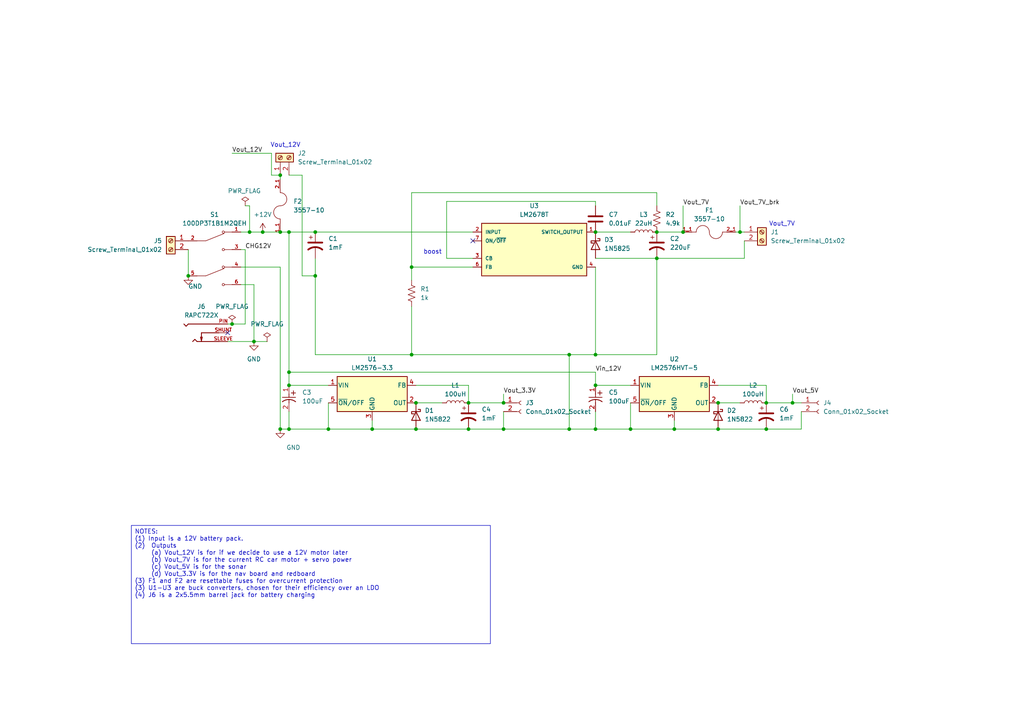
<source format=kicad_sch>
(kicad_sch (version 20231120) (generator "eeschema") (generator_version "8.0")
  (paper "A4")
  (title_block (title "Team 11 PDU") (date "2024-10-24") (rev "0.1"))
  (lib_symbols
    (symbol "2024-10-27_12-41-39:UHE1H221MPD" (pin_names (offset 0.254))
      (property "Reference" "C" (at 3.81 3.81 0))
      (property "Value" "UHE1H221MPD" (at 3.81 -3.81 0))
      (symbol "UHE1H221MPD_1_1"
        (polyline (pts (xy 1.5748 1.27) (xy 2.8448 1.27)) (stroke (width 0.2032)))
        (polyline (pts (xy 2.2098 0.635) (xy 2.2098 1.905)) (stroke (width 0.2032)))
        (polyline (pts (xy 2.54 0) (xy 3.4798 0)) (stroke (width 0.2032)))
        (polyline (pts (xy 3.4798 -1.905) (xy 3.4798 1.905)) (stroke (width 0.2032)))
        (polyline (pts (xy 4.1148 0) (xy 5.08 0)) (stroke (width 0.2032)))
        (arc (start 4.7541 1.9108) (mid 4.1148 0) (end 4.7541 -1.9108) (stroke (width 0.254)))
        (pin unspecified line (at 0 0 0) (length 2.54) (name "") (number "1"))
        (pin unspecified line (at 7.62 0 180) (length 2.54) (name "") (number "2"))
      )
      (symbol "UHE1H221MPD_1_2"
        (polyline (pts (xy -1.905 -3.4798) (xy 1.905 -3.4798)) (stroke (width 0.2032)))
        (polyline (pts (xy 0 -4.1148) (xy 0 -5.08)) (stroke (width 0.2032)))
        (polyline (pts (xy 0 -2.54) (xy 0 -3.4798)) (stroke (width 0.2032)))
        (polyline (pts (xy 0.635 -2.2098) (xy 1.905 -2.2098)) (stroke (width 0.2032)))
        (polyline (pts (xy 1.27 -1.5748) (xy 1.27 -2.8448)) (stroke (width 0.2032)))
        (arc (start 1.9108 -4.7541) (mid 0 -4.1148) (end -1.9108 -4.7541) (stroke (width 0.254)))
        (pin unspecified line (at 0 -7.62 90) (length 2.54) (name "") (number "1"))
        (pin unspecified line (at 0 0 270) (length 2.54) (name "") (number "2"))
      )
    )
    (symbol "Connector:Conn_01x02_Socket" (pin_names (offset 1.016) hide)
      (property "Reference" "J" (at 0 2.54 0))
      (property "Value" "Conn_01x02_Socket" (at 0 -5.08 0))
      (symbol "Conn_01x02_Socket_1_1"
        (arc (start 0 -2.032) (mid -0.5058 -2.54) (end 0 -3.048) (stroke (width 0.1524)))
        (polyline (pts (xy -1.27 -2.54) (xy -0.508 -2.54)) (stroke (width 0.1524)))
        (polyline (pts (xy -1.27 0) (xy -0.508 0)) (stroke (width 0.1524)))
        (arc (start 0 0.508) (mid -0.5058 0) (end 0 -0.508) (stroke (width 0.1524)))
        (pin passive line (at -5.08 0 0) (length 3.81) (name "Pin_1") (number "1"))
        (pin passive line (at -5.08 -2.54 0) (length 3.81) (name "Pin_2") (number "2"))
      )
    )
    (symbol "Connector:Screw_Terminal_01x02" (pin_names (offset 1.016) hide)
      (property "Reference" "J" (at 0 2.54 0))
      (property "Value" "Screw_Terminal_01x02" (at 0 -5.08 0))
      (symbol "Screw_Terminal_01x02_1_1"
        (rectangle (start -1.27 1.27) (end 1.27 -3.81) (stroke (width 0.254)) (fill (type background)))
        (circle (center 0 -2.54) (radius 0.635) (stroke (width 0.1524)))
        (polyline (pts (xy -0.5334 -2.2098) (xy 0.3302 -3.048)) (stroke (width 0.1524)))
        (polyline (pts (xy -0.5334 0.3302) (xy 0.3302 -0.508)) (stroke (width 0.1524)))
        (polyline (pts (xy -0.3556 -2.032) (xy 0.508 -2.8702)) (stroke (width 0.1524)))
        (polyline (pts (xy -0.3556 0.508) (xy 0.508 -0.3302)) (stroke (width 0.1524)))
        (circle (center 0 0) (radius 0.635) (stroke (width 0.1524)))
        (pin passive line (at -5.08 0 0) (length 3.81) (name "Pin_1") (number "1"))
        (pin passive line (at -5.08 -2.54 0) (length 3.81) (name "Pin_2") (number "2"))
      )
    )
    (symbol "DPDT:100DP3T1B1M2QEH" (pin_names (offset 1.016))
      (property "Reference" "S" (at -2.54 10.16 0))
      (property "Value" "100DP3T1B1M2QEH" (at -2.54 -10.16 0))
      (symbol "100DP3T1B1M2QEH_0_0"
        (polyline (pts (xy -2.54 -5.08) (xy -5.08 -5.08)) (stroke (width 0.1524)))
        (polyline (pts (xy -2.54 -5.08) (xy 2.794 -2.9464)) (stroke (width 0.1524)))
        (polyline (pts (xy -2.54 5.08) (xy -5.08 5.08)) (stroke (width 0.1524)))
        (polyline (pts (xy -2.54 5.08) (xy 2.794 7.2136)) (stroke (width 0.1524)))
        (polyline (pts (xy 5.08 -7.62) (xy 2.921 -7.62)) (stroke (width 0.1524)))
        (polyline (pts (xy 5.08 -2.54) (xy 2.921 -2.54)) (stroke (width 0.1524)))
        (polyline (pts (xy 5.08 2.54) (xy 2.921 2.54)) (stroke (width 0.1524)))
        (polyline (pts (xy 5.08 7.62) (xy 2.921 7.62)) (stroke (width 0.1524)))
        (circle (center 2.54 -7.62) (radius 0.3302) (stroke (width 0.1524)))
        (circle (center 2.54 -2.54) (radius 0.3302) (stroke (width 0.1524)))
        (circle (center 2.54 2.54) (radius 0.3302) (stroke (width 0.1524)))
        (circle (center 2.54 7.62) (radius 0.3302) (stroke (width 0.1524)))
        (pin passive line (at 7.62 7.62 180) (length 2.54) (name "~") (number "1"))
        (pin passive line (at -7.62 5.08 0) (length 2.54) (name "~") (number "2"))
        (pin passive line (at 7.62 2.54 180) (length 2.54) (name "~") (number "3"))
        (pin passive line (at 7.62 -2.54 180) (length 2.54) (name "~") (number "4"))
        (pin passive line (at -7.62 -5.08 0) (length 2.54) (name "~") (number "5"))
        (pin passive line (at 7.62 -7.62 180) (length 2.54) (name "~") (number "6"))
      )
    )
    (symbol "Device:C" (pin_numbers hide) (pin_names (offset 0.254))
      (property "Reference" "C" (at 0.635 2.54 0))
      (property "Value" "C" (at 0.635 -2.54 0))
      (symbol "C_0_1"
        (polyline (pts (xy -2.032 -0.762) (xy 2.032 -0.762)) (stroke (width 0.508)))
        (polyline (pts (xy -2.032 0.762) (xy 2.032 0.762)) (stroke (width 0.508)))
      )
      (symbol "C_1_1"
        (pin passive line (at 0 3.81 270) (length 2.794) (name "~") (number "1"))
        (pin passive line (at 0 -3.81 90) (length 2.794) (name "~") (number "2"))
      )
    )
    (symbol "Device:C_Polarized_US" (pin_numbers hide) (pin_names (offset 0.254) hide)
      (property "Reference" "C" (at 0.635 2.54 0))
      (property "Value" "C_Polarized_US" (at 0.635 -2.54 0))
      (symbol "C_Polarized_US_0_1"
        (polyline (pts (xy -2.032 0.762) (xy 2.032 0.762)) (stroke (width 0.508)))
        (polyline (pts (xy -1.778 2.286) (xy -0.762 2.286)))
        (polyline (pts (xy -1.27 1.778) (xy -1.27 2.794)))
        (arc (start 2.032 -1.27) (mid 0 -0.5572) (end -2.032 -1.27) (stroke (width 0.508)))
      )
      (symbol "C_Polarized_US_1_1"
        (pin passive line (at 0 3.81 270) (length 2.794) (name "~") (number "1"))
        (pin passive line (at 0 -3.81 90) (length 3.302) (name "~") (number "2"))
      )
    )
    (symbol "Device:L" (pin_numbers hide) (pin_names (offset 1.016) hide)
      (property "Reference" "L" (at -1.27 0 90))
      (property "Value" "L" (at 1.905 0 90))
      (symbol "L_0_1"
        (arc (start 0 -2.54) (mid 0.6323 -1.905) (end 0 -1.27))
        (arc (start 0 -1.27) (mid 0.6323 -0.635) (end 0 0))
        (arc (start 0 0) (mid 0.6323 0.635) (end 0 1.27))
        (arc (start 0 1.27) (mid 0.6323 1.905) (end 0 2.54))
      )
      (symbol "L_1_1"
        (pin passive line (at 0 3.81 270) (length 1.27) (name "1") (number "1"))
        (pin passive line (at 0 -3.81 90) (length 1.27) (name "2") (number "2"))
      )
    )
    (symbol "Device:R_US" (pin_numbers hide) (pin_names (offset 0))
      (property "Reference" "R" (at 2.54 0 90))
      (property "Value" "R_US" (at -2.54 0 90))
      (symbol "R_US_0_1"
        (polyline (pts (xy 0 -2.286) (xy 0 -2.54)))
        (polyline (pts (xy 0 2.286) (xy 0 2.54)))
        (polyline (pts (xy 0 -0.762) (xy 1.016 -1.143) (xy 0 -1.524) (xy -1.016 -1.905) (xy 0 -2.286)))
        (polyline (pts (xy 0 0.762) (xy 1.016 0.381) (xy 0 0) (xy -1.016 -0.381) (xy 0 -0.762)))
        (polyline (pts (xy 0 2.286) (xy 1.016 1.905) (xy 0 1.524) (xy -1.016 1.143) (xy 0 0.762)))
      )
      (symbol "R_US_1_1"
        (pin passive line (at 0 3.81 270) (length 1.27) (name "~") (number "1"))
        (pin passive line (at 0 -3.81 90) (length 1.27) (name "~") (number "2"))
      )
    )
    (symbol "Diode:1N5822" (pin_numbers hide) (pin_names (offset 1.016) hide)
      (property "Reference" "D" (at 0 2.54 0))
      (property "Value" "1N5822" (at 0 -2.54 0))
      (symbol "1N5822_0_1"
        (polyline (pts (xy 1.27 0) (xy -1.27 0)))
        (polyline (pts (xy 1.27 1.27) (xy 1.27 -1.27) (xy -1.27 0) (xy 1.27 1.27)) (stroke (width 0.254)))
        (polyline (pts (xy -1.905 0.635) (xy -1.905 1.27) (xy -1.27 1.27) (xy -1.27 -1.27) (xy -0.635 -1.27) (xy -0.635 -0.635)) (stroke (width 0.254)))
      )
      (symbol "1N5822_1_1"
        (pin passive line (at -3.81 0 0) (length 2.54) (name "K") (number "1"))
        (pin passive line (at 3.81 0 180) (length 2.54) (name "A") (number "2"))
      )
    )
    (symbol "LM2678b:LM2678T-ADJ_NOPB" (pin_names (offset 1.016))
      (property "Reference" "U" (at -15.3073 7.6536 0))
      (property "Value" "LM2678T-ADJ_NOPB" (at -15.2977 -10.1985 0))
      (symbol "LM2678T-ADJ_NOPB_0_0"
        (rectangle (start -15.24 -7.62) (end 15.24 7.62) (stroke (width 0.254)) (fill (type background)))
        (pin output line (at 17.78 5.08 180) (length 2.54) (name "SWITCH_OUTPUT") (number "1"))
        (pin input line (at -17.78 5.08 0) (length 2.54) (name "INPUT") (number "2"))
        (pin input line (at -17.78 -2.54 0) (length 2.54) (name "CB") (number "3"))
        (pin power_in line (at 17.78 -5.08 180) (length 2.54) (name "GND") (number "4"))
        (pin input line (at -17.78 -5.08 0) (length 2.54) (name "FB") (number "6"))
        (pin input line (at -17.78 2.54 0) (length 2.54) (name "ON/~{OFF}") (number "7"))
      )
    )
    (symbol "Regulator_Switching:GL2576-3.3TB5T" (pin_names (offset 0.254))
      (property "Reference" "U" (at -10.16 6.35 0))
      (property "Value" "GL2576-3.3TB5T" (at 0 6.35 0))
      (symbol "GL2576-3.3TB5T_0_1"
        (rectangle (start -10.16 5.08) (end 10.16 -5.08) (stroke (width 0.254)) (fill (type background)))
      )
      (symbol "GL2576-3.3TB5T_1_1"
        (pin power_in line (at -12.7 2.54 0) (length 2.54) (name "VIN") (number "1"))
        (pin output line (at 12.7 -2.54 180) (length 2.54) (name "OUT") (number "2"))
        (pin power_in line (at 0 -7.62 90) (length 2.54) (name "GND") (number "3"))
        (pin input line (at 12.7 2.54 180) (length 2.54) (name "FB") (number "4"))
        (pin input line (at -12.7 -2.54 0) (length 2.54) (name "~{ON}/OFF") (number "5"))
      )
    )
    (symbol "Regulator_Switching:LM2576HVT-5" (pin_names (offset 0.254))
      (property "Reference" "U" (at -10.16 6.35 0))
      (property "Value" "LM2576HVT-5" (at 0 6.35 0))
      (symbol "LM2576HVT-5_0_1"
        (rectangle (start -10.16 5.08) (end 10.16 -5.08) (stroke (width 0.254)) (fill (type background)))
      )
      (symbol "LM2576HVT-5_1_1"
        (pin power_in line (at -12.7 2.54 0) (length 2.54) (name "VIN") (number "1"))
        (pin output line (at 12.7 -2.54 180) (length 2.54) (name "OUT") (number "2"))
        (pin power_in line (at 0 -7.62 90) (length 2.54) (name "GND") (number "3"))
        (pin input line (at 12.7 2.54 180) (length 2.54) (name "FB") (number "4"))
        (pin input line (at -12.7 -2.54 0) (length 2.54) (name "~{ON}/OFF") (number "5"))
      )
    )
    (symbol "barrel:RAPC722X" (pin_names (offset 1.016))
      (property "Reference" "J" (at -5.08 5.08 0))
      (property "Value" "RAPC722X" (at -5.08 -6.35 0))
      (symbol "RAPC722X_0_0"
        (polyline (pts (xy -4.445 1.905) (xy -5.08 2.54)) (stroke (width 0.254)))
        (polyline (pts (xy -3.81 2.54) (xy -4.445 1.905)) (stroke (width 0.254)))
        (polyline (pts (xy -1.905 -1.905) (xy -2.54 -2.54)) (stroke (width 0.254)))
        (polyline (pts (xy -1.27 -2.54) (xy -1.905 -1.905)) (stroke (width 0.254)))
        (polyline (pts (xy 0 0) (xy 0 -2.54)) (stroke (width 0.254)))
        (polyline (pts (xy 0 0) (xy 5.08 0)) (stroke (width 0.254)))
        (polyline (pts (xy 5.08 -2.54) (xy -1.27 -2.54)) (stroke (width 0.254)))
        (polyline (pts (xy 5.08 2.54) (xy -3.81 2.54)) (stroke (width 0.254)))
        (polyline (pts (xy 0 -2.286) (xy 0.254 -1.27) (xy -0.254 -1.27) (xy 0 -2.286)) (stroke (width 0.254)) (fill (type outline)))
        (pin passive line (at 7.62 2.54 180) (length 2.54) (name "~") (number "PIN"))
        (pin passive line (at 7.62 0 180) (length 2.54) (name "~") (number "SHUNT"))
        (pin passive line (at 7.62 -2.54 180) (length 2.54) (name "~") (number "SLEEVE"))
      )
    )
    (symbol "fz_holder:3557-10" (pin_names (offset 1.016))
      (property "Reference" "F" (at -2.54 5.08 0))
      (property "Value" "3557-10" (at -2.54 -5.08 0))
      (symbol "3557-10_0_0"
        (arc (start 0 0) (mid -1.905 1.8967) (end -3.81 0) (stroke (width 0.1524)))
        (polyline (pts (xy -5.08 0) (xy -3.81 0)) (stroke (width 0.1524)))
        (polyline (pts (xy 5.08 0) (xy 3.81 0)) (stroke (width 0.1524)))
        (arc (start 0 0) (mid 1.905 -1.8967) (end 3.81 0) (stroke (width 0.1524)))
        (pin passive line (at -7.62 0 0) (length 2.54) (name "~") (number "1_1"))
        (pin passive line (at 7.62 0 180) (length 2.54) (name "~") (number "2_1"))
      )
    )
    (symbol "power:+12V" (power) (pin_numbers hide) (pin_names (offset 0) hide)
      (property "Value" "+12V" (at 0 3.556 0))
      (symbol "+12V_0_1"
        (polyline (pts (xy -0.762 1.27) (xy 0 2.54)))
        (polyline (pts (xy 0 0) (xy 0 2.54)))
        (polyline (pts (xy 0 2.54) (xy 0.762 1.27)))
      )
      (symbol "+12V_1_1"
        (pin power_in line (at 0 0 90) (length 0) (name "~") (number "1"))
      )
    )
    (symbol "power:GND" (power) (pin_numbers hide) (pin_names (offset 0) hide)
      (property "Value" "GND" (at 0 -3.81 0))
      (symbol "GND_0_1"
        (polyline (pts (xy 0 0) (xy 0 -1.27) (xy 1.27 -1.27) (xy 0 -2.54) (xy -1.27 -1.27) (xy 0 -1.27)))
      )
      (symbol "GND_1_1"
        (pin power_in line (at 0 0 270) (length 0) (name "~") (number "1"))
      )
    )
    (symbol "power:PWR_FLAG" (power) (pin_numbers hide) (pin_names (offset 0) hide)
      (property "Value" "PWR_FLAG" (at 0 3.81 0))
      (symbol "PWR_FLAG_0_0"
        (pin power_out line (at 0 0 90) (length 0) (name "~") (number "1"))
      )
      (symbol "PWR_FLAG_0_1"
        (polyline (pts (xy 0 0) (xy 0 1.27) (xy -1.016 1.905) (xy 0 2.54) (xy 1.016 1.905) (xy 0 1.27)))
      )
    )
  )
  (junction (at 95.25 124.46))
  (junction (at 172.72 124.46))
  (junction (at 119.38 77.47))
  (junction (at 83.82 107.95))
  (junction (at 91.44 67.31))
  (junction (at 165.1 102.87))
  (junction (at 182.88 124.46))
  (junction (at 190.5 67.31))
  (junction (at 208.28 124.46))
  (junction (at 172.72 102.87))
  (junction (at 81.28 67.31))
  (junction (at 195.58 124.46))
  (junction (at 214.63 67.31))
  (junction (at 135.89 124.46))
  (junction (at 83.82 111.76))
  (junction (at 146.05 124.46))
  (junction (at 120.65 116.84))
  (junction (at 146.05 116.84))
  (junction (at 54.61 80.01))
  (junction (at 73.66 99.06))
  (junction (at 222.25 124.46))
  (junction (at 81.28 50.8))
  (junction (at 91.44 80.01))
  (junction (at 83.82 67.31))
  (junction (at 198.12 67.31))
  (junction (at 67.31 93.98))
  (junction (at 208.28 116.84))
  (junction (at 222.25 116.84))
  (junction (at 165.1 124.46))
  (junction (at 190.5 74.93))
  (junction (at 107.95 124.46))
  (junction (at 120.65 124.46))
  (junction (at 135.89 116.84))
  (junction (at 172.72 111.76))
  (junction (at 229.87 116.84))
  (junction (at 119.38 102.87))
  (junction (at 76.2 67.31))
  (junction (at 81.28 124.46))
  (junction (at 83.82 124.46))
  (junction (at 72.39 67.31))
  (junction (at 172.72 67.31))
  (no_connect (at 137.16 69.85))
  (no_connect (at 66.04 96.52))
  (wire (pts (xy 91.44 102.87) (xy 119.38 102.87)))
  (wire (pts (xy 232.41 119.38) (xy 232.41 124.46)))
  (wire (pts (xy 83.82 111.76) (xy 95.25 111.76)))
  (wire (pts (xy 129.54 74.93) (xy 137.16 74.93)))
  (wire (pts (xy 71.12 93.98) (xy 67.31 93.98)))
  (wire (pts (xy 229.87 116.84) (xy 232.41 116.84)))
  (wire (pts (xy 81.28 50.8) (xy 81.28 52.07)))
  (wire (pts (xy 146.05 116.84) (xy 135.89 116.84)))
  (wire (pts (xy 73.66 99.06) (xy 66.04 99.06)))
  (wire (pts (xy 198.12 59.69) (xy 198.12 67.31)))
  (wire (pts (xy 72.39 59.69) (xy 72.39 67.31)))
  (wire (pts (xy 182.88 116.84) (xy 182.88 124.46)))
  (wire (pts (xy 83.82 124.46) (xy 95.25 124.46)))
  (wire (pts (xy 71.12 72.39) (xy 71.12 93.98)))
  (wire (pts (xy 190.5 74.93) (xy 190.5 102.87)))
  (wire (pts (xy 172.72 58.42) (xy 172.72 59.69)))
  (wire (pts (xy 135.89 116.84) (xy 135.89 111.76)))
  (wire (pts (xy 83.82 107.95) (xy 83.82 67.31)))
  (wire (pts (xy 190.5 67.31) (xy 198.12 67.31)))
  (wire (pts (xy 81.28 77.47) (xy 81.28 124.46)))
  (wire (pts (xy 172.72 111.76) (xy 172.72 107.95)))
  (wire (pts (xy 67.31 44.45) (xy 78.74 44.45)))
  (wire (pts (xy 190.5 55.88) (xy 119.38 55.88)))
  (wire (pts (xy 73.66 82.55) (xy 73.66 99.06)))
  (wire (pts (xy 229.87 116.84) (xy 222.25 116.84)))
  (wire (pts (xy 78.74 44.45) (xy 78.74 50.8)))
  (wire (pts (xy 69.85 67.31) (xy 72.39 67.31)))
  (wire (pts (xy 190.5 74.93) (xy 215.9 74.93)))
  (wire (pts (xy 119.38 102.87) (xy 165.1 102.87)))
  (wire (pts (xy 95.25 116.84) (xy 95.25 124.46)))
  (wire (pts (xy 81.28 124.46) (xy 83.82 124.46)))
  (wire (pts (xy 91.44 67.31) (xy 137.16 67.31)))
  (wire (pts (xy 165.1 102.87) (xy 172.72 102.87)))
  (wire (pts (xy 91.44 80.01) (xy 91.44 102.87)))
  (wire (pts (xy 78.74 50.8) (xy 81.28 50.8)))
  (wire (pts (xy 172.72 74.93) (xy 190.5 74.93)))
  (wire (pts (xy 146.05 119.38) (xy 146.05 124.46)))
  (wire (pts (xy 195.58 124.46) (xy 208.28 124.46)))
  (wire (pts (xy 229.87 114.3) (xy 229.87 116.84)))
  (wire (pts (xy 83.82 50.8) (xy 87.63 50.8)))
  (wire (pts (xy 128.27 116.84) (xy 120.65 116.84)))
  (wire (pts (xy 208.28 116.84) (xy 214.63 116.84)))
  (wire (pts (xy 172.72 124.46) (xy 182.88 124.46)))
  (wire (pts (xy 208.28 124.46) (xy 222.25 124.46)))
  (wire (pts (xy 172.72 107.95) (xy 83.82 107.95)))
  (wire (pts (xy 172.72 77.47) (xy 172.72 102.87)))
  (wire (pts (xy 213.36 67.31) (xy 214.63 67.31)))
  (wire (pts (xy 146.05 124.46) (xy 165.1 124.46)))
  (wire (pts (xy 214.63 59.69) (xy 214.63 67.31)))
  (wire (pts (xy 87.63 80.01) (xy 91.44 80.01)))
  (wire (pts (xy 172.72 119.38) (xy 172.72 124.46)))
  (wire (pts (xy 69.85 82.55) (xy 73.66 82.55)))
  (wire (pts (xy 67.31 93.98) (xy 66.04 93.98)))
  (wire (pts (xy 54.61 72.39) (xy 54.61 80.01)))
  (wire (pts (xy 208.28 111.76) (xy 222.25 111.76)))
  (wire (pts (xy 172.72 67.31) (xy 182.88 67.31)))
  (wire (pts (xy 95.25 124.46) (xy 107.95 124.46)))
  (wire (pts (xy 214.63 67.31) (xy 215.9 67.31)))
  (wire (pts (xy 77.47 99.06) (xy 73.66 99.06)))
  (wire (pts (xy 83.82 67.31) (xy 91.44 67.31)))
  (wire (pts (xy 83.82 107.95) (xy 83.82 111.76)))
  (wire (pts (xy 190.5 59.69) (xy 190.5 55.88)))
  (wire (pts (xy 69.85 77.47) (xy 81.28 77.47)))
  (wire (pts (xy 119.38 88.9) (xy 119.38 102.87)))
  (wire (pts (xy 146.05 114.3) (xy 146.05 116.84)))
  (wire (pts (xy 107.95 121.92) (xy 107.95 124.46)))
  (wire (pts (xy 120.65 124.46) (xy 135.89 124.46)))
  (wire (pts (xy 165.1 102.87) (xy 165.1 124.46)))
  (wire (pts (xy 76.2 67.31) (xy 81.28 67.31)))
  (wire (pts (xy 69.85 72.39) (xy 71.12 72.39)))
  (wire (pts (xy 83.82 119.38) (xy 83.82 124.46)))
  (wire (pts (xy 87.63 50.8) (xy 87.63 80.01)))
  (wire (pts (xy 182.88 124.46) (xy 195.58 124.46)))
  (wire (pts (xy 129.54 58.42) (xy 172.72 58.42)))
  (wire (pts (xy 119.38 77.47) (xy 137.16 77.47)))
  (wire (pts (xy 215.9 69.85) (xy 215.9 74.93)))
  (wire (pts (xy 72.39 67.31) (xy 76.2 67.31)))
  (wire (pts (xy 222.25 124.46) (xy 232.41 124.46)))
  (wire (pts (xy 165.1 124.46) (xy 172.72 124.46)))
  (wire (pts (xy 172.72 111.76) (xy 182.88 111.76)))
  (wire (pts (xy 107.95 124.46) (xy 120.65 124.46)))
  (wire (pts (xy 172.72 102.87) (xy 190.5 102.87)))
  (wire (pts (xy 81.28 67.31) (xy 83.82 67.31)))
  (wire (pts (xy 135.89 111.76) (xy 120.65 111.76)))
  (wire (pts (xy 71.12 59.69) (xy 72.39 59.69)))
  (wire (pts (xy 91.44 74.93) (xy 91.44 80.01)))
  (wire (pts (xy 135.89 124.46) (xy 146.05 124.46)))
  (wire (pts (xy 222.25 111.76) (xy 222.25 116.84)))
  (wire (pts (xy 195.58 124.46) (xy 195.58 121.92)))
  (wire (pts (xy 129.54 74.93) (xy 129.54 58.42)))
  (wire (pts (xy 119.38 77.47) (xy 119.38 81.28)))
  (wire (pts (xy 119.38 55.88) (xy 119.38 77.47)))
  (text_box "NOTES:\n(1) Input is a 12V battery pack.\n(2)	Outputs\n	(a) Vout_12V is for if we decide to use a 12V motor later\n	(b) Vout_7V is for the current RC car motor + servo power\n	(c) Vout_5V is for the sonar\n	(d) Vout_3.3V is for the nav board and redboard\n(3) F1 and F2 are resettable fuses for overcurrent protection\n(3) U1-U3 are buck converters, chosen for their efficiency over an LDO\n(4) J6 is a 2x5.5mm barrel jack for battery charging" (at 38.1 152.4 0) (size 104.14 34.29) (effects (font (size 1.27 1.27)) (justify left top)))
  (text "Vout_12V" (at 82.804 42.164 0) (effects (font (size 1.27 1.27))))
  (text "boost" (at 125.476 73.152 0) (effects (font (size 1.27 1.27))))
  (text "Vout_7V" (at 226.822 65.024 0) (effects (font (size 1.27 1.27))))
  (label "CHG12V" (at 71.12 72.39 0))
  (label "Vout_7V" (at 198.12 59.69 0))
  (label "Vout_3.3V" (at 146.05 114.3 0))
  (label "Vin_12V" (at 172.72 107.95 0))
  (label "Vout_7V_brk" (at 214.63 59.69 0))
  (label "Vout_12V" (at 67.31 44.45 0))
  (label "Vout_5V" (at 229.87 114.3 0))
  (symbol (lib_id "power:PWR_FLAG") (at 67.31 93.98 0) (unit 1)
    (property "Reference" "#FLG03" (effects (hide yes)))
    (property "Value" "PWR_FLAG" (at 67.31 88.9 0))
    (property "Description" "Special symbol for telling ERC where power comes from" (effects (hide yes)))
  )
  (symbol (lib_id "Connector:Screw_Terminal_01x02") (at 81.28 45.72 90) (unit 1)
    (property "Reference" "J2" (at 86.36 44.4499 90) (effects (justify right)))
    (property "Value" "Screw_Terminal_01x02" (at 86.36 46.9899 90) (effects (justify right)))
    (property "Footprint" "_footprints:CUI_TB002-500-02BE" (effects (hide yes)))
    (property "Description" "Generic screw terminal, single row, 01x02, script generated (kicad-library-utils/schlib/autogen/connector/)" (effects (hide yes)))
  )
  (symbol (lib_id "Device:L") (at 186.69 67.31 90) (unit 1)
    (property "Reference" "L3" (at 186.69 62.23 90))
    (property "Value" "22uH" (at 186.69 64.77 90))
    (property "Footprint" "_footprints:1422311C_MUR" (effects (hide yes)))
    (property "Description" "Inductor" (effects (hide yes)))
  )
  (symbol (lib_id "Diode:1N5822") (at 208.28 120.65 270) (unit 1)
    (property "Reference" "D2" (at 210.82 119.0624 90) (effects (justify left)))
    (property "Value" "1N5822" (at 210.82 121.6024 90) (effects (justify left)))
    (property "Footprint" "Diode_THT:D_DO-201AD_P12.70mm_Horizontal" (effects (hide yes)))
    (property "Datasheet" "http://www.vishay.com/docs/88526/1n5820.pdf" (effects (hide yes)))
    (property "Description" "40V 3A Schottky Barrier Rectifier Diode, DO-201AD" (effects (hide yes)))
  )
  (symbol (lib_id "fz_holder:3557-10") (at 205.74 67.31 0) (unit 1)
    (property "Reference" "F1" (at 205.74 60.96 0))
    (property "Value" "3557-10" (at 205.74 63.5 0))
    (property "Footprint" "_footprints:fz_holder_3557-10" (effects (hide yes)))
    (property "PARTREV" "D" (effects (hide yes)))
    (property "STANDARD" "Manufacturer Recommendation" (effects (hide yes)))
    (property "SNAPEDA_PN" "3557-2" (effects (hide yes)))
    (property "MAXIMUM_PACKAGE_HEIGHT" "7.37mm" (effects (hide yes)))
    (property "MANUFACTURER" "Keystone" (effects (hide yes)))
  )
  (symbol (lib_id "Device:L") (at 132.08 116.84 90) (unit 1)
    (property "Reference" "L1" (at 132.08 111.76 90))
    (property "Value" "100uH" (at 132.08 114.3 90))
    (property "Footprint" "_footprints:inductor_1A_100uH" (effects (hide yes)))
    (property "Description" "Inductor" (effects (hide yes)))
  )
  (symbol (lib_id "DPDT:100DP3T1B1M2QEH") (at 62.23 74.93 0) (unit 1)
    (property "Reference" "S1" (at 62.23 62.23 0))
    (property "Value" "100DP3T1B1M2QEH" (at 62.23 64.77 0))
    (property "Footprint" "_footprints:SW_100DP3T1B1M2QEH" (effects (hide yes)))
    (property "PARTREV" "B" (effects (hide yes)))
    (property "MANUFACTURER" "E-switch" (effects (hide yes)))
    (property "SNAPEDA_PN" "100DP3T1B1M2QEH" (effects (hide yes)))
    (property "MAXIMUM_PACKAGE_HEIGHT" "29.99 mm" (effects (hide yes)))
    (property "STANDARD" "Manufacturer Recommendations" (effects (hide yes)))
  )
  (symbol (lib_id "Connector:Conn_01x02_Socket") (at 237.49 116.84 0) (unit 1)
    (property "Reference" "J4" (at 238.76 116.8399 0) (effects (justify left)))
    (property "Value" "Conn_01x02_Socket" (at 238.76 119.3799 0) (effects (justify left)))
    (property "Footprint" "_footprints:CONN_PPPC021_SUL" (effects (hide yes)))
    (property "Description" "Generic connector, single row, 01x02, script generated" (effects (hide yes)))
  )
  (symbol (lib_id "2024-10-27_12-41-39:UHE1H221MPD") (at 172.72 111.76 270) (unit 1)
    (property "Reference" "C5" (at 176.53 113.8173 90) (effects (justify left)))
    (property "Value" "100uF" (at 176.53 116.3573 90) (effects (justify left)))
    (property "Footprint" "_footprints:PCAP_10x16-THRU-ELECT_NCA" (effects (hide yes)))
    (property "Datasheet" "UHE1H221MPD" (effects (hide yes)))
    (property "Description" "Polarized capacitor, US symbol" (effects (hide yes)))
  )
  (symbol (lib_id "Connector:Conn_01x02_Socket") (at 151.13 116.84 0) (unit 1)
    (property "Reference" "J3" (at 152.4 116.8399 0) (effects (justify left)))
    (property "Value" "Conn_01x02_Socket" (at 152.4 119.3799 0) (effects (justify left)))
    (property "Footprint" "_footprints:CONN_PPPC021_SUL" (effects (hide yes)))
    (property "Description" "Generic connector, single row, 01x02, script generated" (effects (hide yes)))
  )
  (symbol (lib_id "Diode:1N5822") (at 172.72 71.12 270) (unit 1)
    (property "Reference" "D3" (at 175.26 69.5324 90) (effects (justify left)))
    (property "Value" "1N5825" (at 175.26 72.0724 90) (effects (justify left)))
    (property "Footprint" "Diode_THT:D_DO-201AD_P12.70mm_Horizontal" (effects (hide yes)))
    (property "Datasheet" "http://www.vishay.com/docs/88526/1n5820.pdf" (effects (hide yes)))
    (property "Description" "40V 3A Schottky Barrier Rectifier Diode, DO-201AD" (effects (hide yes)))
  )
  (symbol (lib_id "Connector:Screw_Terminal_01x02") (at 49.53 69.85 0) (mirror y) (unit 1)
    (property "Reference" "J5" (at 46.99 69.8499 0) (effects (justify left)))
    (property "Value" "Screw_Terminal_01x02" (at 46.99 72.3899 0) (effects (justify left)))
    (property "Footprint" "_footprints:CUI_TB002-500-02BE" (effects (hide yes)))
    (property "Description" "Generic screw terminal, single row, 01x02, script generated (kicad-library-utils/schlib/autogen/connector/)" (effects (hide yes)))
  )
  (symbol (lib_id "Regulator_Switching:LM2576HVT-5") (at 195.58 114.3 0) (unit 1)
    (property "Reference" "U2" (at 195.58 104.14 0))
    (property "Value" "LM2576HVT-5" (at 195.58 106.68 0))
    (property "Footprint" "_footprints:5V_lm2576" (effects (hide yes)))
    (property "Datasheet" "http://www.ti.com/lit/ds/symlink/lm2576.pdf" (effects (hide yes)))
    (property "Description" "5V, 3A SIMPLE SWITCHER® Step-Down Voltage Regulator, High Voltage Input, TO-220-5" (effects (hide yes)))
  )
  (symbol (lib_id "Connector:Screw_Terminal_01x02") (at 220.98 67.31 0) (unit 1)
    (property "Reference" "J1" (at 223.52 67.3099 0) (effects (justify left)))
    (property "Value" "Screw_Terminal_01x02" (at 223.52 69.8499 0) (effects (justify left)))
    (property "Footprint" "_footprints:CUI_TB002-500-02BE" (effects (hide yes)))
    (property "Description" "Generic screw terminal, single row, 01x02, script generated (kicad-library-utils/schlib/autogen/connector/)" (effects (hide yes)))
  )
  (symbol (lib_id "power:GND") (at 81.28 124.46 0) (unit 1)
    (property "Reference" "#PWR02" (effects (hide yes)))
    (property "Value" "GND" (at 85.09 129.794 0))
    (property "Description" "Power symbol creates a global label with name \"GND\" , ground" (effects (hide yes)))
  )
  (symbol (lib_id "power:+12V") (at 76.2 67.31 0) (unit 1)
    (property "Reference" "#PWR01" (effects (hide yes)))
    (property "Value" "+12V" (at 76.2 62.23 0))
    (property "Description" "Power symbol creates a global label with name \"+12V\"" (effects (hide yes)))
  )
  (symbol (lib_id "Device:C_Polarized_US") (at 222.25 120.65 0) (unit 1)
    (property "Reference" "C6" (at 226.06 118.7449 0) (effects (justify left)))
    (property "Value" "1mF" (at 226.06 121.2849 0) (effects (justify left)))
    (property "Footprint" "_footprints:CAP_12.5 X 25_NCH" (effects (hide yes)))
    (property "Description" "Polarized capacitor, US symbol" (effects (hide yes)))
  )
  (symbol (lib_id "fz_holder:3557-10") (at 81.28 59.69 90) (unit 1)
    (property "Reference" "F2" (at 85.09 58.4199 90) (effects (justify right)))
    (property "Value" "3557-10" (at 85.09 60.9599 90) (effects (justify right)))
    (property "Footprint" "_footprints:fz_holder_3557-10" (effects (hide yes)))
    (property "PARTREV" "D" (effects (hide yes)))
    (property "STANDARD" "Manufacturer Recommendation" (effects (hide yes)))
    (property "SNAPEDA_PN" "3557-2" (effects (hide yes)))
    (property "MAXIMUM_PACKAGE_HEIGHT" "7.37mm" (effects (hide yes)))
    (property "MANUFACTURER" "Keystone" (effects (hide yes)))
  )
  (symbol (lib_id "Device:L") (at 218.44 116.84 90) (unit 1)
    (property "Reference" "L2" (at 218.44 111.76 90))
    (property "Value" "100uH" (at 218.44 114.3 90))
    (property "Footprint" "_footprints:inductor_1A_100uH" (effects (hide yes)))
    (property "Description" "Inductor" (effects (hide yes)))
  )
  (symbol (lib_id "power:GND") (at 73.66 99.06 0) (unit 1)
    (property "Reference" "#PWR03" (effects (hide yes)))
    (property "Value" "GND" (at 73.66 104.14 0))
    (property "Description" "Power symbol creates a global label with name \"GND\" , ground" (effects (hide yes)))
  )
  (symbol (lib_id "power:PWR_FLAG") (at 77.47 99.06 0) (unit 1)
    (property "Reference" "#FLG04" (effects (hide yes)))
    (property "Value" "PWR_FLAG" (at 77.47 93.98 0))
    (property "Description" "Special symbol for telling ERC where power comes from" (effects (hide yes)))
  )
  (symbol (lib_id "Diode:1N5822") (at 120.65 120.65 270) (unit 1)
    (property "Reference" "D1" (at 123.19 119.0624 90) (effects (justify left)))
    (property "Value" "1N5822" (at 123.19 121.6024 90) (effects (justify left)))
    (property "Footprint" "Diode_THT:D_DO-201AD_P12.70mm_Horizontal" (effects (hide yes)))
    (property "Datasheet" "http://www.vishay.com/docs/88526/1n5820.pdf" (effects (hide yes)))
    (property "Description" "40V 3A Schottky Barrier Rectifier Diode, DO-201AD" (effects (hide yes)))
  )
  (symbol (lib_id "barrel:RAPC722X") (at 58.42 96.52 0) (unit 1)
    (property "Reference" "J6" (at 58.42 88.9 0))
    (property "Value" "RAPC722X" (at 58.42 91.44 0))
    (property "Footprint" "_footprints:SWITCHCRAFT_RAPC722X" (effects (hide yes)))
    (property "PARTREV" "A" (effects (hide yes)))
    (property "STANDARD" "Manufacturer Recommendations" (effects (hide yes)))
    (property "MAXIMUM_PACKAGE_HEIGHT" "11 mm" (effects (hide yes)))
    (property "MANUFACTURER" "Switchcraft" (effects (hide yes)))
  )
  (symbol (lib_id "Device:C_Polarized_US") (at 91.44 71.12 0) (unit 1)
    (property "Reference" "C1" (at 95.25 69.2149 0) (effects (justify left)))
    (property "Value" "1mF" (at 95.25 71.7549 0) (effects (justify left)))
    (property "Footprint" "_footprints:CAP_12.5 X 25_NCH" (effects (hide yes)))
    (property "Description" "Polarized capacitor, US symbol" (effects (hide yes)))
  )
  (symbol (lib_id "Device:R_US") (at 190.5 63.5 0) (unit 1)
    (property "Reference" "R2" (at 193.04 62.2299 0) (effects (justify left)))
    (property "Value" "4.9k" (at 193.04 64.7699 0) (effects (justify left)))
    (property "Footprint" "_footprints:STA_RNF14_STP" (effects (hide yes)))
    (property "Description" "Resistor, US symbol" (effects (hide yes)))
  )
  (symbol (lib_id "Regulator_Switching:GL2576-3.3TB5T") (at 107.95 114.3 0) (unit 1)
    (property "Reference" "U1" (at 107.95 104.14 0))
    (property "Value" "LM2576-3.3" (at 107.95 106.68 0))
    (property "Footprint" "_footprints:3.3V_lm2576" (effects (hide yes)))
    (property "Datasheet" "http://www.dianyuan.com/bbs/u/54/437861181916300.pdf" (effects (hide yes)))
    (property "Description" "3.3V 3A, 52KHz Step Down Converter, TO220-5" (effects (hide yes)))
  )
  (symbol (lib_id "power:PWR_FLAG") (at 71.12 59.69 0) (unit 1)
    (property "Reference" "#FLG02" (effects (hide yes)))
    (property "Value" "PWR_FLAG" (at 70.866 55.372 0))
    (property "Description" "Special symbol for telling ERC where power comes from" (effects (hide yes)))
  )
  (symbol (lib_id "Device:C") (at 172.72 63.5 0) (unit 1)
    (property "Reference" "C7" (at 176.53 62.2299 0) (effects (justify left)))
    (property "Value" "0.01uF" (at 176.53 64.7699 0) (effects (justify left)))
    (property "Footprint" "_footprints:PHE-BD_KEM" (effects (hide yes)))
    (property "Description" "Unpolarized capacitor" (effects (hide yes)))
  )
  (symbol (lib_id "power:GND") (at 54.61 80.01 0) (unit 1)
    (property "Reference" "#PWR04" (effects (hide yes)))
    (property "Value" "GND" (at 56.642 83.058 0))
    (property "Description" "Power symbol creates a global label with name \"GND\" , ground" (effects (hide yes)))
  )
  (symbol (lib_id "Device:R_US") (at 119.38 85.09 180) (unit 1)
    (property "Reference" "R1" (at 121.92 83.8199 0) (effects (justify right)))
    (property "Value" "1k" (at 121.92 86.3599 0) (effects (justify right)))
    (property "Footprint" "_footprints:STA_RNF14_STP" (effects (hide yes)))
    (property "Description" "Resistor, US symbol" (effects (hide yes)))
  )
  (symbol (lib_id "Device:C_Polarized_US") (at 190.5 71.12 0) (unit 1)
    (property "Reference" "C2" (at 194.31 69.2149 0) (effects (justify left)))
    (property "Value" "220uF" (at 194.31 71.7549 0) (effects (justify left)))
    (property "Footprint" "_footprints:PCAP_10x16-THRU-ELECT_NCA" (effects (hide yes)))
    (property "Description" "Polarized capacitor, US symbol" (effects (hide yes)))
  )
  (symbol (lib_id "2024-10-27_12-41-39:UHE1H221MPD") (at 83.82 111.76 270) (unit 1)
    (property "Reference" "C3" (at 87.63 113.8173 90) (effects (justify left)))
    (property "Value" "100uF" (at 87.63 116.3573 90) (effects (justify left)))
    (property "Footprint" "_footprints:PCAP_10x16-THRU-ELECT_NCA" (effects (hide yes)))
    (property "Datasheet" "UHE1H221MPD" (effects (hide yes)))
    (property "Description" "Polarized capacitor, US symbol" (effects (hide yes)))
  )
  (symbol (lib_id "Device:C_Polarized_US") (at 135.89 120.65 0) (unit 1)
    (property "Reference" "C4" (at 139.7 118.7449 0) (effects (justify left)))
    (property "Value" "1mF" (at 139.7 121.2849 0) (effects (justify left)))
    (property "Footprint" "_footprints:CAP_12.5 X 25_NCH" (effects (hide yes)))
    (property "Description" "Polarized capacitor, US symbol" (effects (hide yes)))
  )
  (symbol (lib_id "LM2678b:LM2678T-ADJ_NOPB") (at 154.94 72.39 0) (unit 1)
    (property "Reference" "U3" (at 154.94 59.69 0))
    (property "Value" "LM2678T" (at 154.94 62.23 0))
    (property "Footprint" "_footprints:TO127P1041X469X2199-7N" (effects (hide yes)))
    (property "MANUFACTURER" "TEXAS INSTRUMENTS" (effects (hide yes)))
  )
)
</source>
